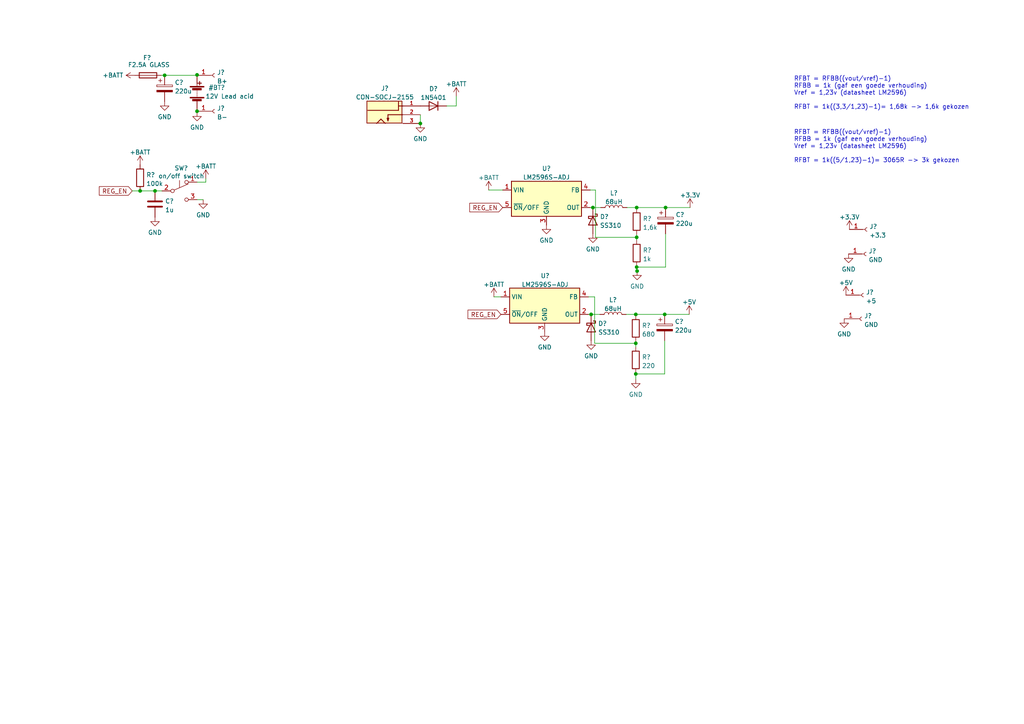
<source format=kicad_sch>
(kicad_sch (version 20211123) (generator eeschema)
  (paper "A4")
  (lib_symbols
    (symbol "Barrel_jack:CON-SOCJ-2155" (pin_names (offset 1.016) hide)
      (property "Reference" "J" (at -5.08 5.08 0))
      (property "Value" "CON-SOCJ-2155" (at -5.08 -4.318 0))
      (symbol "CON-SOCJ-2155_0_0"
        (rectangle (start -5.334 -2.413) (end 4.826 3.937) (stroke (width 0.254)) (fill (type background)))
        (polyline (pts (xy -2.54 -2.54) (xy -1.27 -1.27)) (stroke (width 0.254)))
        (polyline (pts (xy -1.27 -1.27) (xy 0 -2.54)) (stroke (width 0.254)))
        (polyline (pts (xy 0.762 0) (xy 0.762 -1.778)) (stroke (width 0.254)))
        (polyline (pts (xy 0.762 0) (xy 5.08 0)) (stroke (width 0.254)))
        (polyline (pts (xy 3.81 1.27) (xy -5.08 1.27)) (stroke (width 0.254)))
        (polyline (pts (xy 3.81 2.54) (xy 5.08 2.54)) (stroke (width 0.254)))
        (polyline (pts (xy 3.81 3.81) (xy 3.81 1.27)) (stroke (width 0.254)))
        (polyline (pts (xy 0.762 -1.778) (xy 0.508 -1.016) (xy 1.016 -1.016) (xy 0.762 -1.778)) (stroke (width 0.254)) (fill (type background)))
        (pin passive line (at 10.16 2.54 180) (length 5.08) (name "~") (number "1"))
        (pin passive line (at 10.16 0 180) (length 5.08) (name "~") (number "2"))
        (pin passive line (at 10.16 -2.54 180) (length 5.08) (name "~") (number "3"))
      )
    )
    (symbol "Connector:Conn_01x01_Female" (pin_names (offset 1.016) hide)
      (property "Reference" "J" (at 0 2.54 0))
      (property "Value" "Conn_01x01_Female" (at 0 -2.54 0))
      (symbol "Conn_01x01_Female_1_1"
        (polyline (pts (xy -1.27 0) (xy -0.508 0)) (stroke (width 0.1524)))
        (arc (start 0 0.508) (mid -0.508 0) (end 0 -0.508) (stroke (width 0.1524)))
        (pin passive line (at -5.08 0 0) (length 3.81) (name "Pin_1") (number "1"))
      )
    )
    (symbol "Device:Battery" (pin_numbers hide) (pin_names (offset 0) hide)
      (property "Reference" "BT" (at 2.54 2.54 0))
      (property "Value" "Battery" (at 2.54 0 0))
      (symbol "Battery_0_1"
        (rectangle (start -2.032 -1.397) (end 2.032 -1.651) (fill (type outline)))
        (rectangle (start -2.032 1.778) (end 2.032 1.524) (fill (type outline)))
        (rectangle (start -1.3208 -1.9812) (end 1.27 -2.4892) (fill (type outline)))
        (rectangle (start -1.3208 1.1938) (end 1.27 0.6858) (fill (type outline)))
        (polyline (pts (xy 0 -1.524) (xy 0 -1.27)))
        (polyline (pts (xy 0 -1.016) (xy 0 -0.762)))
        (polyline (pts (xy 0 -0.508) (xy 0 -0.254)))
        (polyline (pts (xy 0 0) (xy 0 0.254)))
        (polyline (pts (xy 0 0.508) (xy 0 0.762)))
        (polyline (pts (xy 0 1.778) (xy 0 2.54)))
        (polyline (pts (xy 0.254 2.667) (xy 1.27 2.667)) (stroke (width 0.254)))
        (polyline (pts (xy 0.762 3.175) (xy 0.762 2.159)) (stroke (width 0.254)))
      )
      (symbol "Battery_1_1"
        (pin passive line (at 0 5.08 270) (length 2.54) (name "+") (number "1"))
        (pin passive line (at 0 -5.08 90) (length 2.54) (name "-") (number "2"))
      )
    )
    (symbol "Device:C" (pin_numbers hide) (pin_names (offset 0.254))
      (property "Reference" "C" (at 0.635 2.54 0))
      (property "Value" "C" (at 0.635 -2.54 0))
      (symbol "C_0_1"
        (polyline (pts (xy -2.032 -0.762) (xy 2.032 -0.762)) (stroke (width 0.508)))
        (polyline (pts (xy -2.032 0.762) (xy 2.032 0.762)) (stroke (width 0.508)))
      )
      (symbol "C_1_1"
        (pin passive line (at 0 3.81 270) (length 2.794) (name "~") (number "1"))
        (pin passive line (at 0 -3.81 90) (length 2.794) (name "~") (number "2"))
      )
    )
    (symbol "Device:C_Polarized" (pin_numbers hide) (pin_names (offset 0.254))
      (property "Reference" "C" (at 0.635 2.54 0))
      (property "Value" "C_Polarized" (at 0.635 -2.54 0))
      (symbol "C_Polarized_0_1"
        (rectangle (start -2.286 0.508) (end 2.286 1.016))
        (polyline (pts (xy -1.778 2.286) (xy -0.762 2.286)))
        (polyline (pts (xy -1.27 2.794) (xy -1.27 1.778)))
        (rectangle (start 2.286 -0.508) (end -2.286 -1.016) (fill (type outline)))
      )
      (symbol "C_Polarized_1_1"
        (pin passive line (at 0 3.81 270) (length 2.794) (name "~") (number "1"))
        (pin passive line (at 0 -3.81 90) (length 2.794) (name "~") (number "2"))
      )
    )
    (symbol "Device:D_Schottky" (pin_numbers hide) (pin_names (offset 1.016) hide)
      (property "Reference" "D" (at 0 2.54 0))
      (property "Value" "D_Schottky" (at 0 -2.54 0))
      (symbol "D_Schottky_0_1"
        (polyline (pts (xy 1.27 0) (xy -1.27 0)))
        (polyline (pts (xy 1.27 1.27) (xy 1.27 -1.27) (xy -1.27 0) (xy 1.27 1.27)) (stroke (width 0.254)))
        (polyline (pts (xy -1.905 0.635) (xy -1.905 1.27) (xy -1.27 1.27) (xy -1.27 -1.27) (xy -0.635 -1.27) (xy -0.635 -0.635)) (stroke (width 0.254)))
      )
      (symbol "D_Schottky_1_1"
        (pin passive line (at -3.81 0 0) (length 2.54) (name "K") (number "1"))
        (pin passive line (at 3.81 0 180) (length 2.54) (name "A") (number "2"))
      )
    )
    (symbol "Device:Fuse" (pin_numbers hide) (pin_names (offset 0))
      (property "Reference" "F" (at 2.032 0 90))
      (property "Value" "Fuse" (at -1.905 0 90))
      (symbol "Fuse_0_1"
        (rectangle (start -0.762 -2.54) (end 0.762 2.54) (stroke (width 0.254)))
        (polyline (pts (xy 0 2.54) (xy 0 -2.54)))
      )
      (symbol "Fuse_1_1"
        (pin passive line (at 0 3.81 270) (length 1.27) (name "~") (number "1"))
        (pin passive line (at 0 -3.81 90) (length 1.27) (name "~") (number "2"))
      )
    )
    (symbol "Device:L" (pin_numbers hide) (pin_names (offset 1.016) hide)
      (property "Reference" "L" (at -1.27 0 90))
      (property "Value" "L" (at 1.905 0 90))
      (symbol "L_0_1"
        (arc (start 0 -2.54) (mid 0.635 -1.905) (end 0 -1.27))
        (arc (start 0 -1.27) (mid 0.635 -0.635) (end 0 0))
        (arc (start 0 0) (mid 0.635 0.635) (end 0 1.27))
        (arc (start 0 1.27) (mid 0.635 1.905) (end 0 2.54))
      )
      (symbol "L_1_1"
        (pin passive line (at 0 3.81 270) (length 1.27) (name "1") (number "1"))
        (pin passive line (at 0 -3.81 90) (length 1.27) (name "2") (number "2"))
      )
    )
    (symbol "Device:R" (pin_numbers hide) (pin_names (offset 0))
      (property "Reference" "R" (at 2.032 0 90))
      (property "Value" "R" (at 0 0 90))
      (symbol "R_0_1"
        (rectangle (start -1.016 -2.54) (end 1.016 2.54) (stroke (width 0.254)))
      )
      (symbol "R_1_1"
        (pin passive line (at 0 3.81 270) (length 1.27) (name "~") (number "1"))
        (pin passive line (at 0 -3.81 90) (length 1.27) (name "~") (number "2"))
      )
    )
    (symbol "Diode:1N5401" (pin_numbers hide) (pin_names (offset 1.016) hide)
      (property "Reference" "D" (at 0 2.54 0))
      (property "Value" "1N5401" (at 0 -2.54 0))
      (symbol "1N5401_0_1"
        (polyline (pts (xy -1.27 1.27) (xy -1.27 -1.27)) (stroke (width 0.254)))
        (polyline (pts (xy 1.27 0) (xy -1.27 0)))
        (polyline (pts (xy 1.27 1.27) (xy 1.27 -1.27) (xy -1.27 0) (xy 1.27 1.27)) (stroke (width 0.254)))
      )
      (symbol "1N5401_1_1"
        (pin passive line (at -3.81 0 0) (length 2.54) (name "K") (number "1"))
        (pin passive line (at 3.81 0 180) (length 2.54) (name "A") (number "2"))
      )
    )
    (symbol "Regulator_Switching:LM2596S-ADJ"
      (property "Reference" "U" (at -10.16 6.35 0))
      (property "Value" "LM2596S-ADJ" (at 0 6.35 0))
      (symbol "LM2596S-ADJ_0_1"
        (rectangle (start -10.16 5.08) (end 10.16 -5.08) (stroke (width 0.254)) (fill (type background)))
      )
      (symbol "LM2596S-ADJ_1_1"
        (pin power_in line (at -12.7 2.54 0) (length 2.54) (name "VIN") (number "1"))
        (pin output line (at 12.7 -2.54 180) (length 2.54) (name "OUT") (number "2"))
        (pin power_in line (at 0 -7.62 90) (length 2.54) (name "GND") (number "3"))
        (pin input line (at 12.7 2.54 180) (length 2.54) (name "FB") (number "4"))
        (pin input line (at -12.7 -2.54 0) (length 2.54) (name "~{ON}/OFF") (number "5"))
      )
    )
    (symbol "Switch:SW_Push_SPDT" (pin_names (offset 0) hide)
      (property "Reference" "SW" (at 0 4.318 0))
      (property "Value" "SW_Push_SPDT" (at 0 -5.08 0))
      (symbol "SW_Push_SPDT_0_0"
        (circle (center -2.032 0) (radius 0.508))
        (polyline (pts (xy 0 1.016) (xy 0 3.048)))
        (circle (center 2.032 -2.54) (radius 0.508))
      )
      (symbol "SW_Push_SPDT_0_1"
        (polyline (pts (xy -1.524 0.254) (xy 2.54 2.032)))
        (circle (center 2.032 2.54) (radius 0.508))
      )
      (symbol "SW_Push_SPDT_1_1"
        (pin passive line (at 5.08 2.54 180) (length 2.54) (name "A") (number "1"))
        (pin passive line (at -5.08 0 0) (length 2.54) (name "B") (number "2"))
        (pin passive line (at 5.08 -2.54 180) (length 2.54) (name "C") (number "3"))
      )
    )
    (symbol "power:+3.3V" (power) (pin_names (offset 0))
      (property "Value" "+3.3V" (at 0 3.556 0))
      (symbol "+3.3V_0_1"
        (polyline (pts (xy -0.762 1.27) (xy 0 2.54)))
        (polyline (pts (xy 0 0) (xy 0 2.54)))
        (polyline (pts (xy 0 2.54) (xy 0.762 1.27)))
      )
      (symbol "+3.3V_1_1"
        (pin power_in line (at 0 0 90) (length 0) hide (name "+3.3V") (number "1"))
      )
    )
    (symbol "power:+5V" (power) (pin_names (offset 0))
      (property "Value" "+5V" (at 0 3.556 0))
      (symbol "+5V_0_1"
        (polyline (pts (xy -0.762 1.27) (xy 0 2.54)))
        (polyline (pts (xy 0 0) (xy 0 2.54)))
        (polyline (pts (xy 0 2.54) (xy 0.762 1.27)))
      )
      (symbol "+5V_1_1"
        (pin power_in line (at 0 0 90) (length 0) hide (name "+5V") (number "1"))
      )
    )
    (symbol "power:+BATT" (power) (pin_names (offset 0))
      (property "Value" "+BATT" (at 0 3.556 0))
      (symbol "+BATT_0_1"
        (polyline (pts (xy -0.762 1.27) (xy 0 2.54)))
        (polyline (pts (xy 0 0) (xy 0 2.54)))
        (polyline (pts (xy 0 2.54) (xy 0.762 1.27)))
      )
      (symbol "+BATT_1_1"
        (pin power_in line (at 0 0 90) (length 0) hide (name "+BATT") (number "1"))
      )
    )
    (symbol "power:GND" (power) (pin_names (offset 0))
      (property "Value" "GND" (at 0 -3.81 0))
      (symbol "GND_0_1"
        (polyline (pts (xy 0 0) (xy 0 -1.27) (xy 1.27 -1.27) (xy 0 -2.54) (xy -1.27 -1.27) (xy 0 -1.27)))
      )
      (symbol "GND_1_1"
        (pin power_in line (at 0 0 270) (length 0) hide (name "GND") (number "1"))
      )
    )
  )
  (junction (at 171.45 91.186))
  (junction (at 184.785 78.613))
  (junction (at 193.04 60.198))
  (junction (at 184.658 68.834))
  (junction (at 121.92 35.814))
  (junction (at 184.658 60.198))
  (junction (at 171.958 60.198))
  (junction (at 192.786 91.186))
  (junction (at 40.64 55.372))
  (junction (at 184.658 77.47))
  (junction (at 57.15 32.258))
  (junction (at 184.404 108.458))
  (junction (at 184.404 91.186))
  (junction (at 47.752 21.844))
  (junction (at 184.404 99.568))
  (junction (at 44.958 55.372))
  (junction (at 57.15 21.717))
  (wire (pts (xy 170.688 86.106) (xy 172.466 86.106)))
  (wire (pts (xy 170.688 91.186) (xy 171.45 91.186)))
  (wire (pts (xy 184.404 108.458) (xy 184.404 108.204)))
  (wire (pts (xy 57.15 31.877) (xy 57.15 32.258)))
  (wire (pts (xy 59.69 52.832) (xy 57.15 52.832)))
  (wire (pts (xy 192.786 91.186) (xy 199.898 91.186)))
  (wire (pts (xy 58.928 57.912) (xy 57.15 57.912)))
  (wire (pts (xy 184.658 77.47) (xy 184.658 77.216)))
  (wire (pts (xy 184.658 77.47) (xy 193.04 77.47)))
  (wire (pts (xy 172.72 68.834) (xy 184.658 68.834)))
  (wire (pts (xy 143.256 86.106) (xy 145.288 86.106)))
  (wire (pts (xy 184.404 99.06) (xy 184.404 99.568)))
  (wire (pts (xy 141.732 55.118) (xy 145.796 55.118)))
  (wire (pts (xy 184.658 60.198) (xy 193.04 60.198)))
  (wire (pts (xy 172.466 86.106) (xy 172.466 99.568)))
  (wire (pts (xy 47.752 21.844) (xy 57.15 21.844)))
  (wire (pts (xy 171.45 91.186) (xy 173.99 91.186)))
  (wire (pts (xy 172.72 55.118) (xy 172.72 68.834)))
  (wire (pts (xy 192.786 98.806) (xy 192.786 108.458)))
  (wire (pts (xy 38.354 55.372) (xy 40.64 55.372)))
  (wire (pts (xy 184.404 91.186) (xy 192.786 91.186)))
  (wire (pts (xy 181.61 91.186) (xy 184.404 91.186)))
  (wire (pts (xy 184.404 108.458) (xy 192.786 108.458)))
  (wire (pts (xy 59.69 51.816) (xy 59.69 52.832)))
  (wire (pts (xy 171.958 60.198) (xy 174.244 60.198)))
  (wire (pts (xy 171.196 55.118) (xy 172.72 55.118)))
  (wire (pts (xy 184.658 68.072) (xy 184.658 68.834)))
  (wire (pts (xy 46.736 21.844) (xy 47.752 21.844)))
  (wire (pts (xy 184.658 60.198) (xy 184.658 60.452)))
  (wire (pts (xy 171.196 60.198) (xy 171.958 60.198)))
  (wire (pts (xy 184.658 78.486) (xy 184.658 77.47)))
  (wire (pts (xy 40.64 55.372) (xy 44.958 55.372)))
  (wire (pts (xy 184.658 68.834) (xy 184.658 69.596)))
  (wire (pts (xy 129.54 30.734) (xy 132.334 30.734)))
  (wire (pts (xy 121.92 33.274) (xy 121.92 35.814)))
  (wire (pts (xy 184.404 99.568) (xy 184.404 100.584)))
  (wire (pts (xy 181.864 60.198) (xy 184.658 60.198)))
  (wire (pts (xy 44.958 55.372) (xy 46.99 55.372)))
  (wire (pts (xy 172.466 99.568) (xy 184.404 99.568)))
  (wire (pts (xy 193.04 60.198) (xy 200.152 60.198)))
  (wire (pts (xy 184.404 91.186) (xy 184.404 91.44)))
  (wire (pts (xy 57.15 32.258) (xy 57.15 32.512)))
  (wire (pts (xy 132.334 30.734) (xy 132.334 27.94)))
  (wire (pts (xy 184.404 109.982) (xy 184.404 108.458)))
  (wire (pts (xy 193.04 67.818) (xy 193.04 77.47)))
  (text "RFBT = RFBB((vout/vref)-1)\nRFBB = 1k (gaf een goede verhouding)\nVref = 1,23v (datasheet LM2596)\n\nRFBT = 1k((5/1,23)-1)= 3065R -> 3k gekozen\n" (at 230.251 47.371 0) (effects (font (size 1.27 1.27)) (justify left bottom)))
  (text "RFBT = RFBB((vout/vref)-1)\nRFBB = 1k (gaf een goede verhouding)\nVref = 1,23v (datasheet LM2596)\n\nRFBT = 1k((3,3/1,23)-1)= 1,68k -> 1,6k gekozen\n" (at 230.251 31.877 0) (effects (font (size 1.27 1.27)) (justify left bottom)))
  (global_label "REG_EN" (shape input) (at 145.796 60.198 180) (property "Intersheet-verwijzingen" "${INTERSHEET_REFS}" (effects hide)))
  (global_label "REG_EN" (shape input) (at 145.288 91.186 180) (property "Intersheet-verwijzingen" "${INTERSHEET_REFS}" (effects hide)))
  (global_label "REG_EN" (shape input) (at 38.354 55.372 180) (property "Intersheet-verwijzingen" "${INTERSHEET_REFS}" (effects hide)))
  (symbol (lib_id "power:GND") (at 57.15 32.512 0) (unit 1)
    (property "Reference" "#PWR?" (effects hide))
    (property "Value" "GND" (at 57.15 36.9554 0))
  )
  (symbol (lib_id "Barrel_jack:CON-SOCJ-2155") (at 111.76 33.274 0) (unit 1)
    (property "Reference" "J?" (at 111.633 25.6372 0))
    (property "Value" "CON-SOCJ-2155" (at 111.633 28.1741 0))
    (property "Footprint" "Barrel_jack:GRAVITECH_CON-SOCJ-2155" (effects hide))
    (property "STANDARD" "Manufacturer Recommendations" (effects hide))
    (property "PARTREV" "NA" (effects hide))
    (property "MANUFACTURER" "Gravitech" (effects hide))
    (property "MAXIMUM_PACKAGE_HEIGHT" "11.1 mm" (effects hide))
  )
  (symbol (lib_id "Device:L") (at 178.054 60.198 90) (unit 1)
    (property "Reference" "L?" (at 178.054 55.9902 90))
    (property "Value" "68uH" (at 178.054 58.5271 90))
    (property "Footprint" "Inductor_SMD:L_Bourns-SRU8028_8.0x8.0mm" (effects hide))
  )
  (symbol (lib_id "power:GND") (at 121.92 35.814 0) (unit 1)
    (property "Reference" "#PWR?" (effects hide))
    (property "Value" "GND" (at 121.92 40.2574 0))
  )
  (symbol (lib_id "power:+BATT") (at 132.334 27.94 0) (unit 1)
    (property "Reference" "#PWR?" (effects hide))
    (property "Value" "+BATT" (at 132.334 24.3642 0))
  )
  (symbol (lib_id "Connector:Conn_01x01_Female") (at 250.444 85.598 0) (unit 1)
    (property "Reference" "J?" (at 251.1552 84.7633 0) (effects (justify left)))
    (property "Value" "+5" (at 251.1552 87.3002 0) (effects (justify left)))
  )
  (symbol (lib_id "power:GND") (at 158.496 65.278 0) (unit 1)
    (property "Reference" "#PWR?" (effects hide))
    (property "Value" "GND" (at 158.496 69.7214 0))
  )
  (symbol (lib_id "power:GND") (at 157.988 96.266 0) (unit 1)
    (property "Reference" "#PWR?" (effects hide))
    (property "Value" "GND" (at 157.988 100.7094 0))
  )
  (symbol (lib_id "power:+BATT") (at 143.256 86.106 0) (unit 1)
    (property "Reference" "#PWR?" (effects hide))
    (property "Value" "+BATT" (at 143.256 82.5302 0))
  )
  (symbol (lib_id "Regulator_Switching:LM2596S-ADJ") (at 157.988 88.646 0) (unit 1)
    (property "Reference" "U?" (at 158.115 79.9932 0))
    (property "Value" "LM2596S-ADJ" (at 158.115 82.5301 0))
    (property "Footprint" "Package_TO_SOT_SMD:TO-263-5_TabPin3" (effects hide))
    (property "Datasheet" "http://www.ti.com/lit/ds/symlink/lm2596.pdf" (effects hide))
  )
  (symbol (lib_id "power:GND") (at 47.752 29.464 0) (unit 1)
    (property "Reference" "#PWR?" (effects hide))
    (property "Value" "GND" (at 47.752 33.9074 0))
  )
  (symbol (lib_id "Device:C_Polarized") (at 193.04 64.008 0) (unit 1)
    (property "Reference" "C?" (at 195.961 62.2843 0) (effects (justify left)))
    (property "Value" "220u" (at 195.961 64.8212 0) (effects (justify left)))
    (property "Footprint" "Capacitor_SMD:C_0603_1608Metric_Pad1.08x0.95mm_HandSolder" (effects hide))
  )
  (symbol (lib_id "power:+3.3V") (at 246.38 66.548 0) (unit 1)
    (property "Reference" "#PWR?" (effects hide))
    (property "Value" "+3.3V" (at 246.38 62.9722 0))
  )
  (symbol (lib_id "Connector:Conn_01x01_Female") (at 62.23 21.844 0) (unit 1)
    (property "Reference" "J?" (at 62.9412 21.0093 0) (effects (justify left)))
    (property "Value" "B+" (at 62.9412 23.5462 0) (effects (justify left)))
    (property "Footprint" "TestPoint:TestPoint_Plated_Hole_D2.0mm" (effects hide))
  )
  (symbol (lib_id "Device:R") (at 40.64 51.562 0) (unit 1)
    (property "Reference" "R?" (at 42.418 50.7273 0) (effects (justify left)))
    (property "Value" "100k" (at 42.418 53.2642 0) (effects (justify left)))
  )
  (symbol (lib_id "power:GND") (at 244.856 92.456 0) (unit 1)
    (property "Reference" "#PWR?" (effects hide))
    (property "Value" "GND" (at 244.856 96.8994 0))
  )
  (symbol (lib_id "Connector:Conn_01x01_Female") (at 251.46 66.548 0) (unit 1)
    (property "Reference" "J?" (at 252.1712 65.7133 0) (effects (justify left)))
    (property "Value" "+3.3" (at 252.1712 68.2502 0) (effects (justify left)))
  )
  (symbol (lib_id "power:+3.3V") (at 200.152 60.198 0) (unit 1)
    (property "Reference" "#PWR?" (effects hide))
    (property "Value" "+3.3V" (at 200.152 56.6222 0))
  )
  (symbol (lib_id "Device:C") (at 44.958 59.182 0) (unit 1)
    (property "Reference" "C?" (at 47.879 58.3473 0) (effects (justify left)))
    (property "Value" "1u" (at 47.879 60.8842 0) (effects (justify left)))
    (property "Footprint" "Capacitor_SMD:C_0603_1608Metric_Pad1.08x0.95mm_HandSolder" (effects hide))
  )
  (symbol (lib_id "power:+5V") (at 199.898 91.186 0) (unit 1)
    (property "Reference" "#PWR?" (effects hide))
    (property "Value" "+5V" (at 199.898 87.6102 0))
  )
  (symbol (lib_id "Connector:Conn_01x01_Female") (at 249.936 92.456 0) (unit 1)
    (property "Reference" "J?" (at 250.6472 91.6213 0) (effects (justify left)))
    (property "Value" "GND" (at 250.6472 94.1582 0) (effects (justify left)))
  )
  (symbol (lib_id "Device:D_Schottky") (at 171.45 94.996 270) (unit 1)
    (property "Reference" "D?" (at 173.482 93.8438 90) (effects (justify left)))
    (property "Value" "SS310" (at 173.482 96.3807 90) (effects (justify left)))
  )
  (symbol (lib_id "power:+BATT") (at 39.116 21.844 90) (unit 1)
    (property "Reference" "#PWR?" (effects hide))
    (property "Value" "+BATT" (at 29.718 21.844 90) (effects (justify right)))
  )
  (symbol (lib_id "Device:D_Schottky") (at 171.958 64.008 270) (unit 1)
    (property "Reference" "D?" (at 173.99 62.8558 90) (effects (justify left)))
    (property "Value" "SS310" (at 173.99 65.3927 90) (effects (justify left)))
  )
  (symbol (lib_id "Device:Battery") (at 57.15 26.797 0) (unit 1)
    (property "Reference" "#BT?" (at 65.278 25.4 0) (effects (justify right)))
    (property "Value" "12V Lead acid" (at 73.66 27.94 0) (effects (justify right)))
  )
  (symbol (lib_id "Device:C_Polarized") (at 47.752 25.654 0) (unit 1)
    (property "Reference" "C?" (at 50.673 23.9303 0) (effects (justify left)))
    (property "Value" "220u" (at 50.673 26.4672 0) (effects (justify left)))
    (property "Footprint" "Capacitor_THT:C_Radial_D10.0mm_H12.5mm_P5.00mm" (effects hide))
  )
  (symbol (lib_id "Connector:Conn_01x01_Female") (at 251.206 73.66 0) (unit 1)
    (property "Reference" "J?" (at 251.9172 72.8253 0) (effects (justify left)))
    (property "Value" "GND" (at 251.9172 75.3622 0) (effects (justify left)))
  )
  (symbol (lib_id "power:+5V") (at 245.364 85.598 0) (unit 1)
    (property "Reference" "#PWR?" (effects hide))
    (property "Value" "+5V" (at 245.364 82.0222 0))
  )
  (symbol (lib_id "Device:R") (at 184.658 73.406 0) (unit 1)
    (property "Reference" "R?" (at 186.436 72.5713 0) (effects (justify left)))
    (property "Value" "1k" (at 186.436 75.1082 0) (effects (justify left)))
    (property "Footprint" "Resistor_SMD:R_0603_1608Metric_Pad0.98x0.95mm_HandSolder" (effects hide))
  )
  (symbol (lib_id "Device:Fuse") (at 42.926 21.844 90) (unit 1)
    (property "Reference" "F?" (at 42.672 16.764 90))
    (property "Value" "F2.5A GLASS" (at 43.18 18.796 90))
    (property "Footprint" "Fuse:Fuseholder_Blade_ATO_Littelfuse_Pudenz_2_Pin" (effects hide))
  )
  (symbol (lib_id "Device:R") (at 184.658 64.262 0) (unit 1)
    (property "Reference" "R?" (at 186.436 63.4273 0) (effects (justify left)))
    (property "Value" "1,6k" (at 186.436 65.9642 0) (effects (justify left)))
    (property "Footprint" "Resistor_SMD:R_0603_1608Metric_Pad0.98x0.95mm_HandSolder" (effects hide))
  )
  (symbol (lib_id "power:GND") (at 44.958 62.992 0) (unit 1)
    (property "Reference" "#PWR?" (effects hide))
    (property "Value" "GND" (at 44.958 67.4354 0))
  )
  (symbol (lib_id "power:GND") (at 184.404 109.982 0) (unit 1)
    (property "Reference" "#PWR?" (effects hide))
    (property "Value" "GND" (at 184.404 114.4254 0))
  )
  (symbol (lib_id "power:GND") (at 171.958 67.818 0) (unit 1)
    (property "Reference" "#PWR?" (effects hide))
    (property "Value" "GND" (at 171.958 72.2614 0))
  )
  (symbol (lib_id "Diode:1N5401") (at 125.73 30.734 180) (unit 1)
    (property "Reference" "D?" (at 125.73 25.7642 0))
    (property "Value" "1N5401" (at 125.73 28.3011 0))
    (property "Footprint" "Diode_THT:D_DO-201AD_P15.24mm_Horizontal" (effects hide))
    (property "Datasheet" "http://www.vishay.com/docs/88516/1n5400.pdf" (effects hide))
  )
  (symbol (lib_id "power:+BATT") (at 141.732 55.118 0) (unit 1)
    (property "Reference" "#PWR?" (effects hide))
    (property "Value" "+BATT" (at 141.732 51.5422 0))
  )
  (symbol (lib_id "Device:C_Polarized") (at 192.786 94.996 0) (unit 1)
    (property "Reference" "C?" (at 195.707 93.2723 0) (effects (justify left)))
    (property "Value" "220u" (at 195.707 95.8092 0) (effects (justify left)))
    (property "Footprint" "Capacitor_SMD:C_0603_1608Metric_Pad1.08x0.95mm_HandSolder" (effects hide))
  )
  (symbol (lib_id "Regulator_Switching:LM2596S-ADJ") (at 158.496 57.658 0) (unit 1)
    (property "Reference" "U?" (at 158.496 48.8782 0))
    (property "Value" "LM2596S-ADJ" (at 158.496 51.4151 0))
    (property "Footprint" "Package_TO_SOT_SMD:TO-263-5_TabPin3" (effects hide))
    (property "Datasheet" "http://www.ti.com/lit/ds/symlink/lm2596.pdf" (effects hide))
  )
  (symbol (lib_id "power:GND") (at 171.45 98.806 0) (unit 1)
    (property "Reference" "#PWR?" (effects hide))
    (property "Value" "GND" (at 171.45 103.2494 0))
  )
  (symbol (lib_id "Connector:Conn_01x01_Female") (at 62.23 32.258 0) (unit 1)
    (property "Reference" "J?" (at 62.9412 31.4233 0) (effects (justify left)))
    (property "Value" "B-" (at 62.9412 33.9602 0) (effects (justify left)))
    (property "Footprint" "TestPoint:TestPoint_Plated_Hole_D2.0mm" (effects hide))
  )
  (symbol (lib_id "power:+BATT") (at 40.64 47.752 0) (unit 1)
    (property "Reference" "#PWR?" (effects hide))
    (property "Value" "+BATT" (at 40.64 44.1762 0))
  )
  (symbol (lib_id "power:GND") (at 246.126 73.66 0) (unit 1)
    (property "Reference" "#PWR?" (effects hide))
    (property "Value" "GND" (at 246.126 78.1034 0))
  )
  (symbol (lib_id "Switch:SW_Push_SPDT") (at 52.07 55.372 0) (unit 1)
    (property "Reference" "SW?" (at 52.578 48.768 0))
    (property "Value" "on/off switch" (at 52.578 51.054 0))
    (property "Footprint" "Button_Switch_THT:SW_Slide_1P2T_CK_OS102011MS2Q" (effects hide))
  )
  (symbol (lib_id "power:GND") (at 58.928 57.912 0) (unit 1)
    (property "Reference" "#PWR?" (effects hide))
    (property "Value" "GND" (at 58.928 62.3554 0))
  )
  (symbol (lib_id "Device:R") (at 184.404 104.394 0) (unit 1)
    (property "Reference" "R?" (at 186.182 103.5593 0) (effects (justify left)))
    (property "Value" "220" (at 186.182 106.0962 0) (effects (justify left)))
    (property "Footprint" "Resistor_SMD:R_0603_1608Metric_Pad0.98x0.95mm_HandSolder" (effects hide))
  )
  (symbol (lib_id "power:+BATT") (at 59.69 51.816 0) (unit 1)
    (property "Reference" "#PWR?" (effects hide))
    (property "Value" "+BATT" (at 59.69 48.2402 0))
  )
  (symbol (lib_id "Device:L") (at 177.8 91.186 90) (unit 1)
    (property "Reference" "L?" (at 177.8 86.9782 90))
    (property "Value" "68uH" (at 177.8 89.5151 90))
    (property "Footprint" "Inductor_SMD:L_Bourns-SRU8028_8.0x8.0mm" (effects hide))
  )
  (symbol (lib_id "power:GND") (at 184.785 78.613 0) (unit 1)
    (property "Reference" "#PWR?" (effects hide))
    (property "Value" "GND" (at 184.785 83.0564 0))
  )
  (symbol (lib_id "Device:R") (at 184.404 95.25 0) (unit 1)
    (property "Reference" "R?" (at 186.182 94.4153 0) (effects (justify left)))
    (property "Value" "680" (at 186.182 96.9522 0) (effects (justify left)))
    (property "Footprint" "Resistor_SMD:R_0603_1608Metric_Pad0.98x0.95mm_HandSolder" (effects hide))
  )
)
</source>
